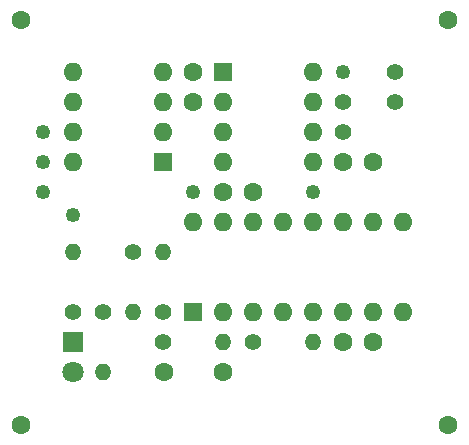
<source format=gbr>
%TF.GenerationSoftware,KiCad,Pcbnew,7.0.5*%
%TF.CreationDate,2024-11-04T15:19:44-05:00*%
%TF.ProjectId,93c46a_cnc,39336334-3661-45f6-936e-632e6b696361,rev?*%
%TF.SameCoordinates,Original*%
%TF.FileFunction,Copper,L1,Top*%
%TF.FilePolarity,Positive*%
%FSLAX46Y46*%
G04 Gerber Fmt 4.6, Leading zero omitted, Abs format (unit mm)*
G04 Created by KiCad (PCBNEW 7.0.5) date 2024-11-04 15:19:44*
%MOMM*%
%LPD*%
G01*
G04 APERTURE LIST*
G04 Aperture macros list*
%AMHorizOval*
0 Thick line with rounded ends*
0 $1 width*
0 $2 $3 position (X,Y) of the first rounded end (center of the circle)*
0 $4 $5 position (X,Y) of the second rounded end (center of the circle)*
0 Add line between two ends*
20,1,$1,$2,$3,$4,$5,0*
0 Add two circle primitives to create the rounded ends*
1,1,$1,$2,$3*
1,1,$1,$4,$5*%
G04 Aperture macros list end*
%TA.AperFunction,ComponentPad*%
%ADD10C,1.600000*%
%TD*%
%TA.AperFunction,ComponentPad*%
%ADD11R,1.800000X1.800000*%
%TD*%
%TA.AperFunction,ComponentPad*%
%ADD12C,1.800000*%
%TD*%
%TA.AperFunction,ComponentPad*%
%ADD13C,1.400000*%
%TD*%
%TA.AperFunction,ComponentPad*%
%ADD14O,1.400000X1.400000*%
%TD*%
%TA.AperFunction,ComponentPad*%
%ADD15R,1.600000X1.600000*%
%TD*%
%TA.AperFunction,ComponentPad*%
%ADD16O,1.600000X1.600000*%
%TD*%
%TA.AperFunction,ComponentPad*%
%ADD17HorizOval,1.400000X0.000000X0.000000X0.000000X0.000000X0*%
%TD*%
%TA.AperFunction,ViaPad*%
%ADD18C,1.250000*%
%TD*%
%TA.AperFunction,ViaPad*%
%ADD19C,1.600000*%
%TD*%
G04 APERTURE END LIST*
D10*
%TO.P,SW1,1,A*%
%TO.N,VCC*%
X14327500Y7402102D03*
%TO.P,SW1,2,B*%
%TO.N,/initiate_read*%
X19327500Y7402102D03*
%TD*%
D11*
%TO.P,D1,1,K*%
%TO.N,GND*%
X6667500Y9947102D03*
D12*
%TO.P,D1,2,A*%
%TO.N,Net-(D1-A)*%
X6667500Y7407102D03*
%TD*%
D13*
%TO.P,r8,1*%
%TO.N,VCC*%
X9207500Y12482102D03*
D14*
%TO.P,r8,2*%
%TO.N,Net-(D1-A)*%
X9207500Y7402102D03*
%TD*%
D13*
%TO.P,r5,1*%
%TO.N,GND*%
X6667500Y12482102D03*
D14*
%TO.P,r5,2*%
%TO.N,/rom_sdo*%
X6667500Y17562102D03*
%TD*%
D13*
%TO.P,r4,1*%
%TO.N,VCC*%
X11747500Y17562102D03*
D14*
%TO.P,r4,2*%
%TO.N,Net-(r2-Pad1)*%
X11747500Y12482102D03*
%TD*%
D15*
%TO.P,U2,1,A*%
%TO.N,GND*%
X16827500Y12482102D03*
D16*
%TO.P,U2,2,B*%
%TO.N,/initiate_read*%
X19367500Y12482102D03*
%TO.P,U2,3,Clr*%
%TO.N,VCC*%
X21907500Y12482102D03*
%TO.P,U2,4,~{Q}*%
%TO.N,unconnected-(U2A-~{Q}-Pad4)*%
X24447500Y12482102D03*
%TO.P,U2,5,Q*%
%TO.N,/rom_sdi*%
X26987500Y12482102D03*
%TO.P,U2,6,Cext*%
%TO.N,Net-(U2B-Cext)*%
X29527500Y12482102D03*
%TO.P,U2,7,RCext*%
%TO.N,Net-(U2B-RCext)*%
X32067500Y12482102D03*
%TO.P,U2,8,GND*%
%TO.N,GND*%
X34607500Y12482102D03*
%TO.P,U2,9,A*%
X34607500Y20102102D03*
%TO.P,U2,10,B*%
%TO.N,/rom_cs*%
X32067500Y20102102D03*
%TO.P,U2,11,Clr*%
%TO.N,VCC*%
X29527500Y20102102D03*
%TO.P,U2,12,~{Q}*%
%TO.N,unconnected-(U2B-~{Q}-Pad12)*%
X26987500Y20102102D03*
%TO.P,U2,13,Q*%
%TO.N,/rom_cs*%
X24447500Y20102102D03*
%TO.P,U2,14,Cext*%
%TO.N,Net-(U2A-Cext)*%
X21907500Y20102102D03*
%TO.P,U2,15,RCext*%
%TO.N,Net-(U2A-RCext)*%
X19367500Y20102102D03*
%TO.P,U2,16,VCC*%
%TO.N,VCC*%
X16827500Y20102102D03*
%TD*%
D14*
%TO.P,r3,2*%
%TO.N,Net-(U2B-RCext)*%
X26987500Y9942102D03*
D13*
%TO.P,r3,1*%
%TO.N,VCC*%
X21907500Y9942102D03*
%TD*%
%TO.P,r2,1*%
%TO.N,Net-(r2-Pad1)*%
X14287500Y12482102D03*
D14*
%TO.P,r2,2*%
%TO.N,Net-(U2A-RCext)*%
X14287500Y17562102D03*
%TD*%
D10*
%TO.P,C4,1*%
%TO.N,Net-(U2B-RCext)*%
X32027500Y9942102D03*
%TO.P,C4,2*%
%TO.N,Net-(U2B-Cext)*%
X29527500Y9942102D03*
%TD*%
%TO.P,C1,1*%
%TO.N,Net-(U2A-RCext)*%
X19367500Y22642102D03*
%TO.P,C1,2*%
%TO.N,Net-(U2A-Cext)*%
X21867500Y22642102D03*
%TD*%
D15*
%TO.P,U4,1,GND*%
%TO.N,GND*%
X19367500Y32802102D03*
D16*
%TO.P,U4,2,TR*%
%TO.N,Net-(U4-THR)*%
X19367500Y30262102D03*
%TO.P,U4,3,Q*%
%TO.N,/rom_scl*%
X19367500Y27722102D03*
%TO.P,U4,4,R*%
%TO.N,/rom_cs*%
X19367500Y25182102D03*
%TO.P,U4,5,CV*%
%TO.N,Net-(U4-CV)*%
X26987500Y25182102D03*
%TO.P,U4,6,THR*%
%TO.N,Net-(U4-THR)*%
X26987500Y27722102D03*
%TO.P,U4,7,DIS*%
%TO.N,Net-(U4-DIS)*%
X26987500Y30262102D03*
%TO.P,U4,8,VCC*%
%TO.N,VCC*%
X26987500Y32802102D03*
%TD*%
D13*
%TO.P,r7,1*%
%TO.N,Net-(U4-THR)*%
X29527500Y27722102D03*
D17*
%TO.P,r7,2*%
%TO.N,Net-(U4-DIS)*%
X33926909Y30262102D03*
%TD*%
D13*
%TO.P,r6,1*%
%TO.N,Net-(U4-DIS)*%
X29527500Y30262102D03*
D17*
%TO.P,r6,2*%
%TO.N,VCC*%
X33926909Y32802102D03*
%TD*%
D13*
%TO.P,r1,1*%
%TO.N,GND*%
X14287500Y9942102D03*
D14*
%TO.P,r1,2*%
%TO.N,/initiate_read*%
X19367500Y9942102D03*
%TD*%
D10*
%TO.P,C6,1*%
%TO.N,Net-(U4-THR)*%
X16827500Y30302102D03*
%TO.P,C6,2*%
%TO.N,GND*%
X16827500Y32802102D03*
%TD*%
%TO.P,C5,1*%
%TO.N,Net-(U4-CV)*%
X29527500Y25182102D03*
%TO.P,C5,2*%
%TO.N,GND*%
X32027500Y25182102D03*
%TD*%
D15*
%TO.P,U1,1,CS*%
%TO.N,/rom_cs*%
X14287500Y25182102D03*
D16*
%TO.P,U1,2,SCLK*%
%TO.N,/rom_scl*%
X14287500Y27722102D03*
%TO.P,U1,3,DI*%
%TO.N,/rom_sdi*%
X14287500Y30262102D03*
%TO.P,U1,4,DO*%
%TO.N,/rom_sdo*%
X14287500Y32802102D03*
%TO.P,U1,5,GND*%
%TO.N,GND*%
X6667500Y32802102D03*
%TO.P,U1,6,NC*%
%TO.N,unconnected-(U1-NC-Pad6)*%
X6667500Y30262102D03*
%TO.P,U1,7,NC*%
%TO.N,unconnected-(U1-NC-Pad7)*%
X6667500Y27722102D03*
%TO.P,U1,8,VCC*%
%TO.N,VCC*%
X6667500Y25182102D03*
%TD*%
D18*
%TO.N,VCC*%
X6667500Y20737102D03*
D19*
%TO.N,*%
X2222500Y37247102D03*
X2222500Y2957102D03*
X38417500Y2957102D03*
X38417500Y37247102D03*
D18*
%TO.N,VCC*%
X4127500Y27722102D03*
X4127500Y25182102D03*
X4127500Y22642102D03*
X16827500Y22642102D03*
X26987500Y22642102D03*
X29527500Y32802102D03*
%TD*%
M02*

</source>
